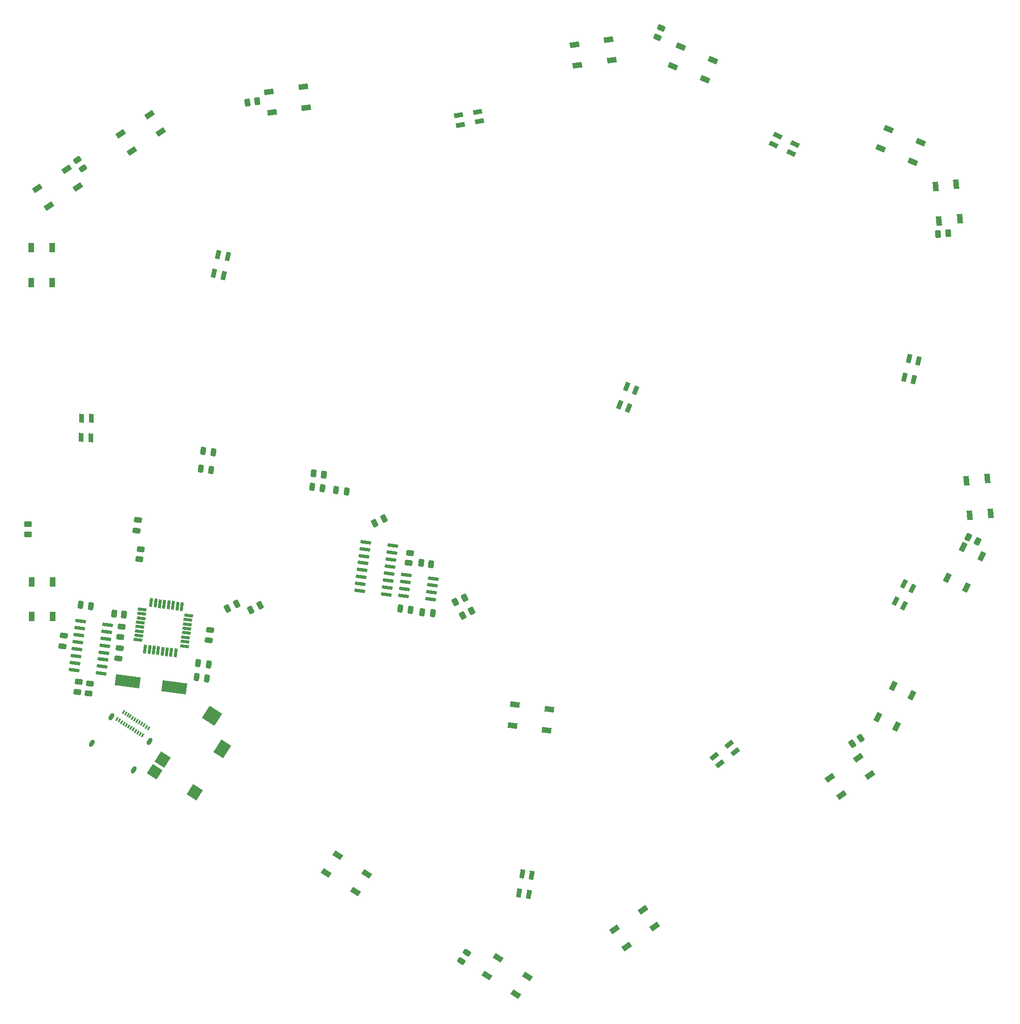
<source format=gbr>
%TF.GenerationSoftware,KiCad,Pcbnew,6.0.11-2627ca5db0~126~ubuntu22.04.1*%
%TF.CreationDate,2024-02-02T15:47:47+01:00*%
%TF.ProjectId,CrystalSequencer,43727973-7461-46c5-9365-7175656e6365,rev?*%
%TF.SameCoordinates,Original*%
%TF.FileFunction,Paste,Top*%
%TF.FilePolarity,Positive*%
%FSLAX46Y46*%
G04 Gerber Fmt 4.6, Leading zero omitted, Abs format (unit mm)*
G04 Created by KiCad (PCBNEW 6.0.11-2627ca5db0~126~ubuntu22.04.1) date 2024-02-02 15:47:47*
%MOMM*%
%LPD*%
G01*
G04 APERTURE LIST*
G04 Aperture macros list*
%AMRoundRect*
0 Rectangle with rounded corners*
0 $1 Rounding radius*
0 $2 $3 $4 $5 $6 $7 $8 $9 X,Y pos of 4 corners*
0 Add a 4 corners polygon primitive as box body*
4,1,4,$2,$3,$4,$5,$6,$7,$8,$9,$2,$3,0*
0 Add four circle primitives for the rounded corners*
1,1,$1+$1,$2,$3*
1,1,$1+$1,$4,$5*
1,1,$1+$1,$6,$7*
1,1,$1+$1,$8,$9*
0 Add four rect primitives between the rounded corners*
20,1,$1+$1,$2,$3,$4,$5,0*
20,1,$1+$1,$4,$5,$6,$7,0*
20,1,$1+$1,$6,$7,$8,$9,0*
20,1,$1+$1,$8,$9,$2,$3,0*%
%AMHorizOval*
0 Thick line with rounded ends*
0 $1 width*
0 $2 $3 position (X,Y) of the first rounded end (center of the circle)*
0 $4 $5 position (X,Y) of the second rounded end (center of the circle)*
0 Add line between two ends*
20,1,$1,$2,$3,$4,$5,0*
0 Add two circle primitives to create the rounded ends*
1,1,$1,$2,$3*
1,1,$1,$4,$5*%
%AMRotRect*
0 Rectangle, with rotation*
0 The origin of the aperture is its center*
0 $1 length*
0 $2 width*
0 $3 Rotation angle, in degrees counterclockwise*
0 Add horizontal line*
21,1,$1,$2,0,0,$3*%
G04 Aperture macros list end*
%ADD10RotRect,1.600000X0.850000X63.500000*%
%ADD11RoundRect,0.250000X0.520132X0.029477X0.230365X0.467267X-0.520132X-0.029477X-0.230365X-0.467267X0*%
%ADD12RoundRect,0.150000X-0.837521X-0.041033X0.798363X-0.256401X0.837521X0.041033X-0.798363X0.256401X0*%
%ADD13RoundRect,0.250000X0.435709X0.285594X-0.034131X0.519847X-0.435709X-0.285594X0.034131X-0.519847X0*%
%ADD14RoundRect,0.250000X0.411887X-0.318991X0.480413X0.201517X-0.411887X0.318991X-0.480413X-0.201517X0*%
%ADD15RotRect,1.700000X1.000000X35.000000*%
%ADD16RoundRect,0.250000X-0.411887X0.318991X-0.480413X-0.201517X0.411887X-0.318991X0.480413X0.201517X0*%
%ADD17RoundRect,0.250000X-0.034131X-0.519847X0.435709X-0.285594X0.034131X0.519847X-0.435709X0.285594X0*%
%ADD18RotRect,1.600000X0.850000X77.500000*%
%ADD19R,1.000000X1.700000*%
%ADD20RoundRect,0.250000X0.309861X0.438305X-0.185861X0.503568X-0.309861X-0.438305X0.185861X-0.503568X0*%
%ADD21RoundRect,0.250000X0.238485X-0.463175X0.520567X-0.020395X-0.238485X0.463175X-0.520567X0.020395X0*%
%ADD22RoundRect,0.250000X0.438305X-0.309861X0.503568X0.185861X-0.438305X0.309861X-0.503568X-0.185861X0*%
%ADD23RoundRect,0.250000X-0.309861X-0.438305X0.185861X-0.503568X0.309861X0.438305X-0.185861X0.503568X0*%
%ADD24RotRect,1.700000X1.000000X33.500000*%
%ADD25RotRect,1.700000X1.000000X63.500000*%
%ADD26RoundRect,0.250000X0.011790X0.536643X-0.435678X0.313544X-0.011790X-0.536643X0.435678X-0.313544X0*%
%ADD27RoundRect,0.250000X-0.011790X-0.536643X0.435678X-0.313544X0.011790X0.536643X-0.435678X0.313544X0*%
%ADD28RotRect,1.700000X1.000000X8.500000*%
%ADD29RoundRect,0.250000X0.043082X-0.519182X0.473137X-0.218055X-0.043082X0.519182X-0.473137X0.218055X0*%
%ADD30RotRect,1.700000X1.000000X327.500000*%
%ADD31RoundRect,0.250000X-0.438305X0.309861X-0.503568X-0.185861X0.438305X-0.309861X0.503568X0.185861X0*%
%ADD32RotRect,2.200000X2.100000X57.500000*%
%ADD33RotRect,2.700000X2.100000X57.500000*%
%ADD34RotRect,2.000000X2.100000X57.500000*%
%ADD35RotRect,2.600000X2.700000X57.500000*%
%ADD36RotRect,1.600000X0.850000X10.500000*%
%ADD37RotRect,1.700000X1.000000X337.500000*%
%ADD38RotRect,1.600000X0.550000X352.500000*%
%ADD39RotRect,1.600000X0.550000X82.500000*%
%ADD40RotRect,1.700000X1.000000X8.000000*%
%ADD41RoundRect,0.250000X-0.318991X-0.411887X0.201517X-0.480413X0.318991X0.411887X-0.201517X0.480413X0*%
%ADD42RotRect,1.600000X0.850000X88.500000*%
%ADD43RotRect,1.600000X0.850000X69.000000*%
%ADD44RotRect,1.700000X1.000000X95.500000*%
%ADD45RotRect,1.600000X0.850000X80.500000*%
%ADD46RotRect,0.300000X0.700000X327.500000*%
%ADD47HorizOval,0.800000X-0.161190X-0.253017X0.161190X0.253017X0*%
%ADD48RotRect,4.500000X2.000000X352.500000*%
%ADD49RoundRect,0.250000X0.218161X0.473088X-0.304422X0.422769X-0.218161X-0.473088X0.304422X-0.422769X0*%
%ADD50RoundRect,0.250000X0.318991X0.411887X-0.201517X0.480413X-0.318991X-0.411887X0.201517X-0.480413X0*%
%ADD51RotRect,1.600000X0.850000X76.500000*%
%ADD52RoundRect,0.250000X0.315291X-0.414726X0.516200X0.070311X-0.315291X0.414726X-0.516200X-0.070311X0*%
%ADD53RoundRect,0.250000X0.197317X0.482154X-0.322573X0.409088X-0.197317X-0.482154X0.322573X-0.409088X0*%
%ADD54RotRect,1.600000X0.850000X334.500000*%
%ADD55RotRect,1.700000X1.000000X352.500000*%
%ADD56RotRect,1.600000X0.850000X38.500000*%
%ADD57RoundRect,0.250000X0.450000X-0.262500X0.450000X0.262500X-0.450000X0.262500X-0.450000X-0.262500X0*%
G04 APERTURE END LIST*
D10*
%TO.C,D2*%
X178943031Y-118537002D03*
X180509166Y-119317848D03*
X182070859Y-116185578D03*
X180504724Y-115404732D03*
%TD*%
D11*
%TO.C,R11*%
X31310420Y-39904396D03*
X30303136Y-38382554D03*
%TD*%
D12*
%TO.C,U5*%
X30867476Y-122176984D03*
X30701708Y-123436119D03*
X30535939Y-124695254D03*
X30370171Y-125954389D03*
X30204403Y-127213524D03*
X30038635Y-128472659D03*
X29872866Y-129731794D03*
X29707098Y-130990929D03*
X34614750Y-131637034D03*
X34780518Y-130377899D03*
X34946287Y-129118764D03*
X35112055Y-127859629D03*
X35277823Y-126600494D03*
X35443591Y-125341359D03*
X35609360Y-124082224D03*
X35775128Y-122823089D03*
%TD*%
D13*
%TO.C,R7*%
X193848072Y-107680104D03*
X192214816Y-106865792D03*
%TD*%
D14*
%TO.C,R18*%
X32376510Y-135275423D03*
X32614720Y-133466037D03*
%TD*%
D15*
%TO.C,SW1*%
X127912509Y-178124095D03*
X133073167Y-174510563D03*
X135252757Y-177623341D03*
X130092099Y-181236873D03*
%TD*%
D14*
%TO.C,R16*%
X38078546Y-124994520D03*
X38316756Y-123185134D03*
%TD*%
D16*
%TO.C,R2*%
X90766001Y-109780529D03*
X90527791Y-111589915D03*
%TD*%
D17*
%TO.C,R3*%
X99002945Y-118687541D03*
X100636201Y-117873229D03*
%TD*%
D18*
%TO.C,D6*%
X55150617Y-58991724D03*
X56859135Y-59370494D03*
X57616673Y-55953458D03*
X55908155Y-55574688D03*
%TD*%
D19*
%TO.C,SW15*%
X22018577Y-115003960D03*
X22018577Y-121303960D03*
X25818577Y-121303960D03*
X25818577Y-115003960D03*
%TD*%
D20*
%TO.C,C3*%
X55043861Y-91526229D03*
X53160115Y-91278229D03*
%TD*%
D21*
%TO.C,R13*%
X100069623Y-183870000D03*
X101050195Y-182330810D03*
%TD*%
D22*
%TO.C,C14*%
X41040958Y-105681109D03*
X41288958Y-103797363D03*
%TD*%
D23*
%TO.C,C10*%
X30908957Y-119192778D03*
X32792703Y-119440778D03*
%TD*%
D24*
%TO.C,SW14*%
X28322893Y-40109217D03*
X23069412Y-43586420D03*
X30420254Y-43277984D03*
X25166773Y-46755187D03*
%TD*%
D25*
%TO.C,SW10*%
X188417156Y-114309436D03*
X191228202Y-108671350D03*
X194628952Y-110366902D03*
X191817906Y-116004988D03*
%TD*%
D26*
%TO.C,C12*%
X63531559Y-119231999D03*
X61831183Y-120079775D03*
%TD*%
D14*
%TO.C,R1*%
X41578967Y-110907013D03*
X41817177Y-109097627D03*
%TD*%
D27*
%TO.C,C15*%
X84321549Y-104341021D03*
X86021925Y-103493245D03*
%TD*%
D20*
%TO.C,C6*%
X74847813Y-98002188D03*
X72964067Y-97754188D03*
%TD*%
D28*
%TO.C,SW5*%
X120619710Y-17451772D03*
X126850510Y-16520572D03*
X127412186Y-20278832D03*
X121181386Y-21210032D03*
%TD*%
D22*
%TO.C,C4*%
X37727511Y-128954830D03*
X37975511Y-127071084D03*
%TD*%
D20*
%TO.C,C5*%
X54622262Y-94728596D03*
X52738516Y-94480596D03*
%TD*%
D29*
%TO.C,R6*%
X171138419Y-144402621D03*
X172633371Y-143355845D03*
%TD*%
D20*
%TO.C,C7*%
X79210334Y-98599646D03*
X77326588Y-98351646D03*
%TD*%
D30*
%TO.C,SW8*%
X77600232Y-164669900D03*
X82913598Y-168054888D03*
X75558494Y-167874788D03*
X80871860Y-171259776D03*
%TD*%
D31*
%TO.C,C13*%
X27857643Y-124796695D03*
X27609643Y-126680441D03*
%TD*%
D32*
%TO.C,J1*%
X51635193Y-153199421D03*
X45824592Y-147244850D03*
D33*
X56632080Y-145355880D03*
D34*
X44373883Y-149522007D03*
D35*
X54786729Y-139318937D03*
%TD*%
D20*
%TO.C,C8*%
X53881883Y-132514423D03*
X51998137Y-132266423D03*
%TD*%
D24*
%TO.C,SW6*%
X38151823Y-33630673D03*
X43405304Y-30153470D03*
X45502665Y-33322237D03*
X40249184Y-36799440D03*
%TD*%
D36*
%TO.C,D5*%
X99608420Y-30297113D03*
X99927332Y-32017809D03*
X103368724Y-31379985D03*
X103049812Y-29659289D03*
%TD*%
D37*
%TO.C,SW12*%
X145776003Y-20252321D03*
X139955562Y-17841415D03*
X144321806Y-23763063D03*
X138501365Y-21352157D03*
%TD*%
D38*
%TO.C,U1*%
X42089800Y-120013499D03*
X41985379Y-120806655D03*
X41880958Y-121599811D03*
X41776537Y-122392967D03*
X41672116Y-123186123D03*
X41567695Y-123979279D03*
X41463274Y-124772434D03*
X41358853Y-125565590D03*
D39*
X42607185Y-127192448D03*
X43400341Y-127296869D03*
X44193497Y-127401290D03*
X44986653Y-127505711D03*
X45779809Y-127610132D03*
X46572965Y-127714553D03*
X47366120Y-127818974D03*
X48159276Y-127923395D03*
D38*
X49786134Y-126675063D03*
X49890555Y-125881907D03*
X49994976Y-125088751D03*
X50099397Y-124295595D03*
X50203818Y-123502439D03*
X50308239Y-122709283D03*
X50412660Y-121916128D03*
X50517081Y-121122972D03*
D39*
X49268749Y-119496114D03*
X48475593Y-119391693D03*
X47682437Y-119287272D03*
X46889281Y-119182851D03*
X46096125Y-119078430D03*
X45302969Y-118974009D03*
X44509814Y-118869588D03*
X43716658Y-118765167D03*
%TD*%
D40*
%TO.C,SW13*%
X65135535Y-26031488D03*
X71374224Y-25154697D03*
X65664392Y-29794507D03*
X71903081Y-28917716D03*
%TD*%
D41*
%TO.C,R15*%
X36963867Y-120756338D03*
X38773253Y-120994548D03*
%TD*%
D20*
%TO.C,C9*%
X54153029Y-130032694D03*
X52269283Y-129784694D03*
%TD*%
D12*
%TO.C,U2*%
X82737804Y-107820366D03*
X82572036Y-109079501D03*
X82406267Y-110338636D03*
X82240499Y-111597771D03*
X82074731Y-112856906D03*
X81908963Y-114116041D03*
X81743194Y-115375176D03*
X81577426Y-116634311D03*
X86485078Y-117280416D03*
X86650846Y-116021281D03*
X86816615Y-114762146D03*
X86982383Y-113503011D03*
X87148151Y-112243876D03*
X87313919Y-110984741D03*
X87479688Y-109725606D03*
X87645456Y-108466471D03*
%TD*%
D42*
%TO.C,D7*%
X30975878Y-88794732D03*
X32725278Y-88840542D03*
X32816898Y-85341742D03*
X31067498Y-85295932D03*
%TD*%
D43*
%TO.C,D9*%
X128841225Y-82856298D03*
X130474991Y-83483442D03*
X131729279Y-80215910D03*
X130095513Y-79588766D03*
%TD*%
D44*
%TO.C,SW11*%
X186847059Y-49469087D03*
X186243231Y-43198091D03*
X190629565Y-49104873D03*
X190025737Y-42833877D03*
%TD*%
D17*
%TO.C,R4*%
X100288147Y-121130788D03*
X101921403Y-120316476D03*
%TD*%
D12*
%TO.C,U3*%
X90081470Y-113756925D03*
X89915702Y-115016060D03*
X89749934Y-116275195D03*
X89584166Y-117534330D03*
X94491818Y-118180435D03*
X94657586Y-116921300D03*
X94823354Y-115662165D03*
X94989122Y-114403030D03*
%TD*%
D45*
%TO.C,D8*%
X110594488Y-171461630D03*
X112320488Y-171750463D03*
X112898154Y-168298464D03*
X111172154Y-168009631D03*
%TD*%
D14*
%TO.C,R17*%
X30288349Y-134986835D03*
X30526559Y-133177449D03*
%TD*%
D46*
%TO.C,J2*%
X38653512Y-138638042D03*
X39075207Y-138906692D03*
X39496903Y-139175342D03*
X39918599Y-139443991D03*
X40340294Y-139712641D03*
X40761990Y-139981291D03*
X41183686Y-140249941D03*
X41605382Y-140518591D03*
X42027077Y-140787240D03*
X42448773Y-141055890D03*
X42870469Y-141324540D03*
X43292165Y-141593190D03*
X42167907Y-142892630D03*
X41746212Y-142623981D03*
X41324516Y-142355331D03*
X40902820Y-142086681D03*
X40481124Y-141818031D03*
X40059429Y-141549381D03*
X39637733Y-141280732D03*
X39216037Y-141012082D03*
X38794342Y-140743432D03*
X38372646Y-140474782D03*
X37950950Y-140206132D03*
X37529254Y-139937483D03*
D47*
X40536491Y-149157148D03*
X43429802Y-143945541D03*
X36463389Y-139507446D03*
X32962836Y-144332197D03*
%TD*%
D48*
%TO.C,Y1*%
X39472094Y-133086323D03*
X47899376Y-134195795D03*
%TD*%
D49*
%TO.C,R8*%
X188511313Y-51694452D03*
X186694715Y-51869370D03*
%TD*%
D15*
%TO.C,SW9*%
X167019671Y-150586765D03*
X172180329Y-146973233D03*
X174359919Y-150086011D03*
X169199261Y-153699543D03*
%TD*%
D44*
%TO.C,SW3*%
X191857702Y-96637580D03*
X192461530Y-102908576D03*
X195640208Y-96273366D03*
X196244036Y-102544362D03*
%TD*%
D50*
%TO.C,R14*%
X75081778Y-95515564D03*
X73272392Y-95277354D03*
%TD*%
D31*
%TO.C,C16*%
X54414409Y-123735644D03*
X54166409Y-125619390D03*
%TD*%
D51*
%TO.C,D3*%
X180591071Y-77850685D03*
X182292718Y-78259214D03*
X183109777Y-74855919D03*
X181408130Y-74447390D03*
%TD*%
D30*
%TO.C,SW16*%
X112064221Y-186674193D03*
X106750855Y-183289205D03*
X110022483Y-189879081D03*
X104709117Y-186494093D03*
%TD*%
D52*
%TO.C,R9*%
X135699834Y-16126479D03*
X136398232Y-14440399D03*
%TD*%
D23*
%TO.C,C1*%
X88958144Y-119882602D03*
X90841890Y-120130602D03*
%TD*%
D53*
%TO.C,R10*%
X63018477Y-27748214D03*
X61211237Y-28002204D03*
%TD*%
D25*
%TO.C,SW2*%
X178543378Y-133924533D03*
X175732332Y-139562619D03*
X181944128Y-135620085D03*
X179133082Y-141258171D03*
%TD*%
D54*
%TO.C,D4*%
X157574515Y-34028251D03*
X156821121Y-35607776D03*
X159980169Y-37114565D03*
X160733563Y-35535040D03*
%TD*%
D23*
%TO.C,C2*%
X93003129Y-120493115D03*
X94886875Y-120741115D03*
%TD*%
D27*
%TO.C,C11*%
X57538164Y-119873655D03*
X59238540Y-119025879D03*
%TD*%
D19*
%TO.C,SW7*%
X21939851Y-54357196D03*
X21939851Y-60657196D03*
X25739851Y-60657196D03*
X25739851Y-54357196D03*
%TD*%
D41*
%TO.C,R5*%
X92803026Y-111565077D03*
X94612412Y-111803287D03*
%TD*%
D37*
%TO.C,SW4*%
X183562073Y-35229716D03*
X177741632Y-32818810D03*
X176287435Y-36329552D03*
X182107876Y-38740458D03*
%TD*%
D55*
%TO.C,SW17*%
X116099986Y-138154564D03*
X109853883Y-137332249D03*
X115603987Y-141922055D03*
X109357884Y-141099740D03*
%TD*%
D56*
%TO.C,D1*%
X146011650Y-146659183D03*
X147101051Y-148028748D03*
X149840180Y-145849947D03*
X148750779Y-144480382D03*
%TD*%
D57*
%TO.C,R12*%
X21370469Y-106358221D03*
X21370469Y-104533221D03*
%TD*%
M02*

</source>
